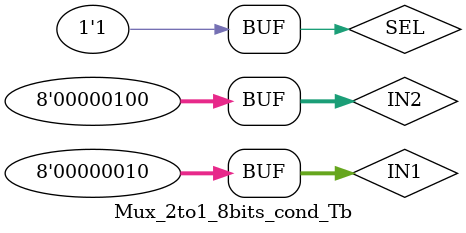
<source format=v>
`timescale 1ns/1ps

module Mux_2to1_8bits_cond(
IN1, IN2, SEL, OUT);

input wire [7:0] IN1;
input wire [7:0] IN2;
input wire       SEL;
output reg [7:0] OUT;

assign OUT = (SEL == 1'b00) ? IN1 : IN2;
endmodule

module Mux_2to1_8bits_cond_Tb;
   reg [7:0] IN1, IN2;
   reg       SEL;
   wire[7:0] OUT;

initial begin
   #0 IN1 = 8'd1;
   #10 IN1 = 8'd2;
end

initial begin
   #0 IN2 = 8'd3;
   #10 IN2 = 8'd4;
end

initial begin
   #0 SEL = 8'b00;
   #10 SEL = 8'b01;
end

Mux_2to1_8bits_cond I0(.IN1(IN1), .IN2(IN2), .SEL(SEL) ,.OUT(OUT));
endmodule

</source>
